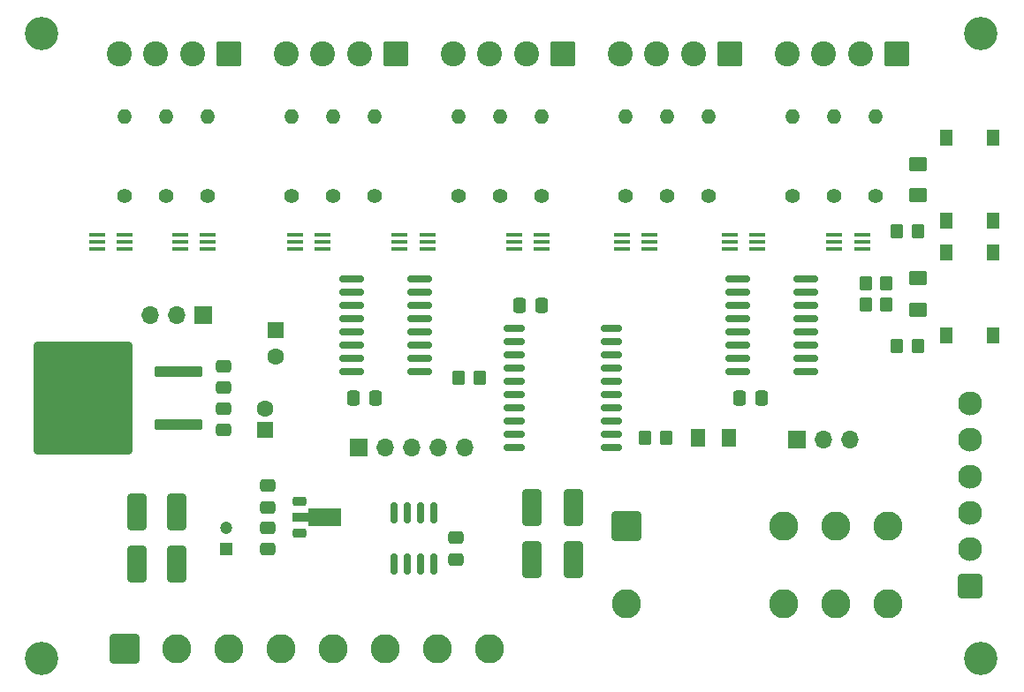
<source format=gbr>
%TF.GenerationSoftware,KiCad,Pcbnew,9.0.0*%
%TF.CreationDate,2025-03-26T17:15:45-07:00*%
%TF.ProjectId,SMRRC_SwitchAndSignal,534d5252-435f-4537-9769-746368416e64,n/c*%
%TF.SameCoordinates,Original*%
%TF.FileFunction,Soldermask,Top*%
%TF.FilePolarity,Negative*%
%FSLAX46Y46*%
G04 Gerber Fmt 4.6, Leading zero omitted, Abs format (unit mm)*
G04 Created by KiCad (PCBNEW 9.0.0) date 2025-03-26 17:15:45*
%MOMM*%
%LPD*%
G01*
G04 APERTURE LIST*
G04 Aperture macros list*
%AMRoundRect*
0 Rectangle with rounded corners*
0 $1 Rounding radius*
0 $2 $3 $4 $5 $6 $7 $8 $9 X,Y pos of 4 corners*
0 Add a 4 corners polygon primitive as box body*
4,1,4,$2,$3,$4,$5,$6,$7,$8,$9,$2,$3,0*
0 Add four circle primitives for the rounded corners*
1,1,$1+$1,$2,$3*
1,1,$1+$1,$4,$5*
1,1,$1+$1,$6,$7*
1,1,$1+$1,$8,$9*
0 Add four rect primitives between the rounded corners*
20,1,$1+$1,$2,$3,$4,$5,0*
20,1,$1+$1,$4,$5,$6,$7,0*
20,1,$1+$1,$6,$7,$8,$9,0*
20,1,$1+$1,$8,$9,$2,$3,0*%
%AMFreePoly0*
4,1,9,3.862500,-0.866500,0.737500,-0.866500,0.737500,-0.450000,-0.737500,-0.450000,-0.737500,0.450000,0.737500,0.450000,0.737500,0.866500,3.862500,0.866500,3.862500,-0.866500,3.862500,-0.866500,$1*%
G04 Aperture macros list end*
%ADD10RoundRect,0.100000X-0.650000X-0.100000X0.650000X-0.100000X0.650000X0.100000X-0.650000X0.100000X0*%
%ADD11RoundRect,0.150000X1.050000X0.150000X-1.050000X0.150000X-1.050000X-0.150000X1.050000X-0.150000X0*%
%ADD12RoundRect,0.150000X-0.150000X0.825000X-0.150000X-0.825000X0.150000X-0.825000X0.150000X0.825000X0*%
%ADD13RoundRect,0.150000X-0.875000X-0.150000X0.875000X-0.150000X0.875000X0.150000X-0.875000X0.150000X0*%
%ADD14RoundRect,0.250000X2.050000X0.300000X-2.050000X0.300000X-2.050000X-0.300000X2.050000X-0.300000X0*%
%ADD15RoundRect,0.250002X4.449998X5.149998X-4.449998X5.149998X-4.449998X-5.149998X4.449998X-5.149998X0*%
%ADD16RoundRect,0.225000X-0.425000X-0.225000X0.425000X-0.225000X0.425000X0.225000X-0.425000X0.225000X0*%
%ADD17FreePoly0,0.000000*%
%ADD18R,1.300000X1.550000*%
%ADD19C,1.400000*%
%ADD20O,1.400000X1.400000*%
%ADD21RoundRect,0.250000X-0.350000X-0.450000X0.350000X-0.450000X0.350000X0.450000X-0.350000X0.450000X0*%
%ADD22RoundRect,0.250000X0.350000X0.450000X-0.350000X0.450000X-0.350000X-0.450000X0.350000X-0.450000X0*%
%ADD23C,2.800000*%
%ADD24RoundRect,0.250000X-1.150000X-1.150000X1.150000X-1.150000X1.150000X1.150000X-1.150000X1.150000X0*%
%ADD25RoundRect,0.250001X0.949999X0.949999X-0.949999X0.949999X-0.949999X-0.949999X0.949999X-0.949999X0*%
%ADD26C,2.400000*%
%ADD27RoundRect,0.250001X0.899999X-0.899999X0.899999X0.899999X-0.899999X0.899999X-0.899999X-0.899999X0*%
%ADD28C,2.300000*%
%ADD29RoundRect,0.250001X-1.149999X-1.149999X1.149999X-1.149999X1.149999X1.149999X-1.149999X1.149999X0*%
%ADD30R,1.700000X1.700000*%
%ADD31O,1.700000X1.700000*%
%ADD32C,3.200000*%
%ADD33RoundRect,0.250000X0.650000X-1.500000X0.650000X1.500000X-0.650000X1.500000X-0.650000X-1.500000X0*%
%ADD34RoundRect,0.250000X-0.650000X1.500000X-0.650000X-1.500000X0.650000X-1.500000X0.650000X1.500000X0*%
%ADD35RoundRect,0.250001X0.624999X-0.462499X0.624999X0.462499X-0.624999X0.462499X-0.624999X-0.462499X0*%
%ADD36RoundRect,0.250001X-0.462499X-0.624999X0.462499X-0.624999X0.462499X0.624999X-0.462499X0.624999X0*%
%ADD37RoundRect,0.250000X-0.337500X-0.475000X0.337500X-0.475000X0.337500X0.475000X-0.337500X0.475000X0*%
%ADD38R,1.600000X1.600000*%
%ADD39C,1.600000*%
%ADD40RoundRect,0.250000X0.475000X-0.337500X0.475000X0.337500X-0.475000X0.337500X-0.475000X-0.337500X0*%
%ADD41RoundRect,0.250000X-0.475000X0.337500X-0.475000X-0.337500X0.475000X-0.337500X0.475000X0.337500X0*%
%ADD42R,1.200000X1.200000*%
%ADD43C,1.200000*%
G04 APERTURE END LIST*
D10*
%TO.C,U14*%
X73340000Y-97350000D03*
X73340000Y-98000000D03*
X73340000Y-98650000D03*
X76000000Y-98650000D03*
X76000000Y-98000000D03*
X76000000Y-97350000D03*
%TD*%
%TO.C,U13*%
X81340000Y-97350000D03*
X81340000Y-98000000D03*
X81340000Y-98650000D03*
X84000000Y-98650000D03*
X84000000Y-98000000D03*
X84000000Y-97350000D03*
%TD*%
%TO.C,U12*%
X92340000Y-97350000D03*
X92340000Y-98000000D03*
X92340000Y-98650000D03*
X95000000Y-98650000D03*
X95000000Y-98000000D03*
X95000000Y-97350000D03*
%TD*%
%TO.C,U11*%
X102340000Y-97350000D03*
X102340000Y-98000000D03*
X102340000Y-98650000D03*
X105000000Y-98650000D03*
X105000000Y-98000000D03*
X105000000Y-97350000D03*
%TD*%
%TO.C,U10*%
X113340000Y-97350000D03*
X113340000Y-98000000D03*
X113340000Y-98650000D03*
X116000000Y-98650000D03*
X116000000Y-98000000D03*
X116000000Y-97350000D03*
%TD*%
%TO.C,U9*%
X123670000Y-97350000D03*
X123670000Y-98000000D03*
X123670000Y-98650000D03*
X126330000Y-98650000D03*
X126330000Y-98000000D03*
X126330000Y-97350000D03*
%TD*%
%TO.C,U8*%
X134000000Y-97350000D03*
X134000000Y-98000000D03*
X134000000Y-98650000D03*
X136660000Y-98650000D03*
X136660000Y-98000000D03*
X136660000Y-97350000D03*
%TD*%
%TO.C,U7*%
X144000000Y-97350000D03*
X144000000Y-98000000D03*
X144000000Y-98650000D03*
X146660000Y-98650000D03*
X146660000Y-98000000D03*
X146660000Y-97350000D03*
%TD*%
D11*
%TO.C,U6*%
X104250000Y-110445000D03*
X104250000Y-109175000D03*
X104250000Y-107905000D03*
X104250000Y-106635000D03*
X104250000Y-105365000D03*
X104250000Y-104095000D03*
X104250000Y-102825000D03*
X104250000Y-101555000D03*
X97750000Y-101555000D03*
X97750000Y-102825000D03*
X97750000Y-104095000D03*
X97750000Y-105365000D03*
X97750000Y-106635000D03*
X97750000Y-107905000D03*
X97750000Y-109175000D03*
X97750000Y-110445000D03*
%TD*%
%TO.C,U5*%
X141250000Y-110445000D03*
X141250000Y-109175000D03*
X141250000Y-107905000D03*
X141250000Y-106635000D03*
X141250000Y-105365000D03*
X141250000Y-104095000D03*
X141250000Y-102825000D03*
X141250000Y-101555000D03*
X134750000Y-101555000D03*
X134750000Y-102825000D03*
X134750000Y-104095000D03*
X134750000Y-105365000D03*
X134750000Y-106635000D03*
X134750000Y-107905000D03*
X134750000Y-109175000D03*
X134750000Y-110445000D03*
%TD*%
D12*
%TO.C,U4*%
X105655000Y-123957500D03*
X104385000Y-123957500D03*
X103115000Y-123957500D03*
X101845000Y-123957500D03*
X101845000Y-128907500D03*
X103115000Y-128907500D03*
X104385000Y-128907500D03*
X105655000Y-128907500D03*
%TD*%
D13*
%TO.C,U3*%
X113350000Y-106285000D03*
X113350000Y-107555000D03*
X113350000Y-108825000D03*
X113350000Y-110095000D03*
X113350000Y-111365000D03*
X113350000Y-112635000D03*
X113350000Y-113905000D03*
X113350000Y-115175000D03*
X113350000Y-116445000D03*
X113350000Y-117715000D03*
X122650000Y-117715000D03*
X122650000Y-116445000D03*
X122650000Y-115175000D03*
X122650000Y-113905000D03*
X122650000Y-112635000D03*
X122650000Y-111365000D03*
X122650000Y-110095000D03*
X122650000Y-108825000D03*
X122650000Y-107555000D03*
X122650000Y-106285000D03*
%TD*%
D14*
%TO.C,U2*%
X81150000Y-115540000D03*
D15*
X72000000Y-113000000D03*
D14*
X81150000Y-110460000D03*
%TD*%
D16*
%TO.C,U1*%
X92800000Y-122932500D03*
D17*
X92887500Y-124432500D03*
D16*
X92800000Y-125932500D03*
%TD*%
D18*
%TO.C,SW2*%
X159250000Y-99020000D03*
X159250000Y-106980000D03*
X154750000Y-99020000D03*
X154750000Y-106980000D03*
%TD*%
%TO.C,SW1*%
X159250000Y-88020000D03*
X159250000Y-95980000D03*
X154750000Y-88020000D03*
X154750000Y-95980000D03*
%TD*%
D19*
%TO.C,R21*%
X76000000Y-93620000D03*
D20*
X76000000Y-86000000D03*
%TD*%
D19*
%TO.C,R20*%
X80000000Y-93620000D03*
D20*
X80000000Y-86000000D03*
%TD*%
D19*
%TO.C,R19*%
X84000000Y-93620000D03*
D20*
X84000000Y-86000000D03*
%TD*%
D19*
%TO.C,R18*%
X92000000Y-93620000D03*
D20*
X92000000Y-86000000D03*
%TD*%
D19*
%TO.C,R17*%
X96000000Y-93620000D03*
D20*
X96000000Y-86000000D03*
%TD*%
D19*
%TO.C,R16*%
X100000000Y-93620000D03*
D20*
X100000000Y-86000000D03*
%TD*%
D19*
%TO.C,R15*%
X108000000Y-93620000D03*
D20*
X108000000Y-86000000D03*
%TD*%
D19*
%TO.C,R14*%
X112000000Y-93620000D03*
D20*
X112000000Y-86000000D03*
%TD*%
D19*
%TO.C,R13*%
X116000000Y-93620000D03*
D20*
X116000000Y-86000000D03*
%TD*%
D19*
%TO.C,R12*%
X124000000Y-93620000D03*
D20*
X124000000Y-86000000D03*
%TD*%
D19*
%TO.C,R11*%
X128000000Y-93620000D03*
D20*
X128000000Y-86000000D03*
%TD*%
D19*
%TO.C,R10*%
X132000000Y-93620000D03*
D20*
X132000000Y-86000000D03*
%TD*%
D19*
%TO.C,R9*%
X140000000Y-93620000D03*
D20*
X140000000Y-86000000D03*
%TD*%
D19*
%TO.C,R8*%
X144000000Y-93620000D03*
D20*
X144000000Y-86000000D03*
%TD*%
D19*
%TO.C,R7*%
X148000000Y-93620000D03*
D20*
X148000000Y-86000000D03*
%TD*%
D21*
%TO.C,R6*%
X108000000Y-111000000D03*
X110000000Y-111000000D03*
%TD*%
%TO.C,R5*%
X150000000Y-108000000D03*
X152000000Y-108000000D03*
%TD*%
%TO.C,R4*%
X147000000Y-104000000D03*
X149000000Y-104000000D03*
%TD*%
%TO.C,R3*%
X150000000Y-97000000D03*
X152000000Y-97000000D03*
%TD*%
%TO.C,R2*%
X147000000Y-102000000D03*
X149000000Y-102000000D03*
%TD*%
D22*
%TO.C,R1*%
X127900000Y-116760000D03*
X125900000Y-116760000D03*
%TD*%
D23*
%TO.C,K1*%
X144122206Y-125250000D03*
X139122206Y-125250000D03*
X149122206Y-125250000D03*
X144122206Y-132750000D03*
X139122206Y-132750000D03*
X149122206Y-132750000D03*
D24*
X124122206Y-125250000D03*
D23*
X124122206Y-132750000D03*
%TD*%
D25*
%TO.C,J10*%
X86000000Y-80000000D03*
D26*
X82500000Y-80000000D03*
X79000000Y-80000000D03*
X75500000Y-80000000D03*
%TD*%
D25*
%TO.C,J9*%
X102000000Y-80000000D03*
D26*
X98500000Y-80000000D03*
X95000000Y-80000000D03*
X91500000Y-80000000D03*
%TD*%
D25*
%TO.C,J8*%
X118000000Y-80000000D03*
D26*
X114500000Y-80000000D03*
X111000000Y-80000000D03*
X107500000Y-80000000D03*
%TD*%
D25*
%TO.C,J7*%
X134000000Y-80000000D03*
D26*
X130500000Y-80000000D03*
X127000000Y-80000000D03*
X123500000Y-80000000D03*
%TD*%
D25*
%TO.C,J6*%
X150000000Y-80000000D03*
D26*
X146500000Y-80000000D03*
X143000000Y-80000000D03*
X139500000Y-80000000D03*
%TD*%
D27*
%TO.C,J5*%
X157000000Y-131000000D03*
D28*
X157000000Y-127500000D03*
X157000000Y-124000000D03*
X157000000Y-120500000D03*
X157000000Y-117000000D03*
X157000000Y-113500000D03*
%TD*%
D29*
%TO.C,J4*%
X76000000Y-137000000D03*
D23*
X81000000Y-137000000D03*
X86000000Y-137000000D03*
X91000000Y-137000000D03*
X96000000Y-137000000D03*
X101000000Y-137000000D03*
X106000000Y-137000000D03*
X111000000Y-137000000D03*
%TD*%
D30*
%TO.C,J3*%
X83525000Y-105000000D03*
D31*
X80985000Y-105000000D03*
X78445000Y-105000000D03*
%TD*%
D30*
%TO.C,J2*%
X140460000Y-117000000D03*
D31*
X143000000Y-117000000D03*
X145540000Y-117000000D03*
%TD*%
D30*
%TO.C,J1*%
X98400000Y-117700000D03*
D31*
X100940000Y-117700000D03*
X103480000Y-117700000D03*
X106020000Y-117700000D03*
X108560000Y-117700000D03*
%TD*%
D32*
%TO.C,H4*%
X68000000Y-138000000D03*
%TD*%
%TO.C,H3*%
X158000000Y-138000000D03*
%TD*%
%TO.C,H2*%
X158000000Y-78000000D03*
%TD*%
%TO.C,H1*%
X68000000Y-78000000D03*
%TD*%
D33*
%TO.C,D7*%
X115000000Y-128500000D03*
X115000000Y-123500000D03*
%TD*%
D34*
%TO.C,D6*%
X119000000Y-123500000D03*
X119000000Y-128500000D03*
%TD*%
D35*
%TO.C,D5*%
X152000000Y-104487500D03*
X152000000Y-101512500D03*
%TD*%
%TO.C,D4*%
X152000000Y-93487500D03*
X152000000Y-90512500D03*
%TD*%
D36*
%TO.C,D3*%
X130925000Y-116760000D03*
X133900000Y-116760000D03*
%TD*%
D34*
%TO.C,D2*%
X77200000Y-123900000D03*
X77200000Y-128900000D03*
%TD*%
%TO.C,D1*%
X81000000Y-123900000D03*
X81000000Y-128900000D03*
%TD*%
D37*
%TO.C,C11*%
X97962500Y-113000000D03*
X100037500Y-113000000D03*
%TD*%
%TO.C,C10*%
X134962500Y-113000000D03*
X137037500Y-113000000D03*
%TD*%
D38*
%TO.C,C9*%
X90500000Y-106500000D03*
D39*
X90500000Y-109000000D03*
%TD*%
D40*
%TO.C,C8*%
X107750000Y-128470000D03*
X107750000Y-126395000D03*
%TD*%
D37*
%TO.C,C7*%
X113862500Y-104100000D03*
X115937500Y-104100000D03*
%TD*%
D41*
%TO.C,C6*%
X85500000Y-109925000D03*
X85500000Y-112000000D03*
%TD*%
%TO.C,C5*%
X89750000Y-121395000D03*
X89750000Y-123470000D03*
%TD*%
D40*
%TO.C,C4*%
X85500000Y-116075000D03*
X85500000Y-114000000D03*
%TD*%
%TO.C,C3*%
X89750000Y-127470000D03*
X89750000Y-125395000D03*
%TD*%
D38*
%TO.C,C2*%
X89500000Y-116000000D03*
D39*
X89500000Y-114000000D03*
%TD*%
D42*
%TO.C,C1*%
X85750000Y-127432500D03*
D43*
X85750000Y-125432500D03*
%TD*%
M02*

</source>
